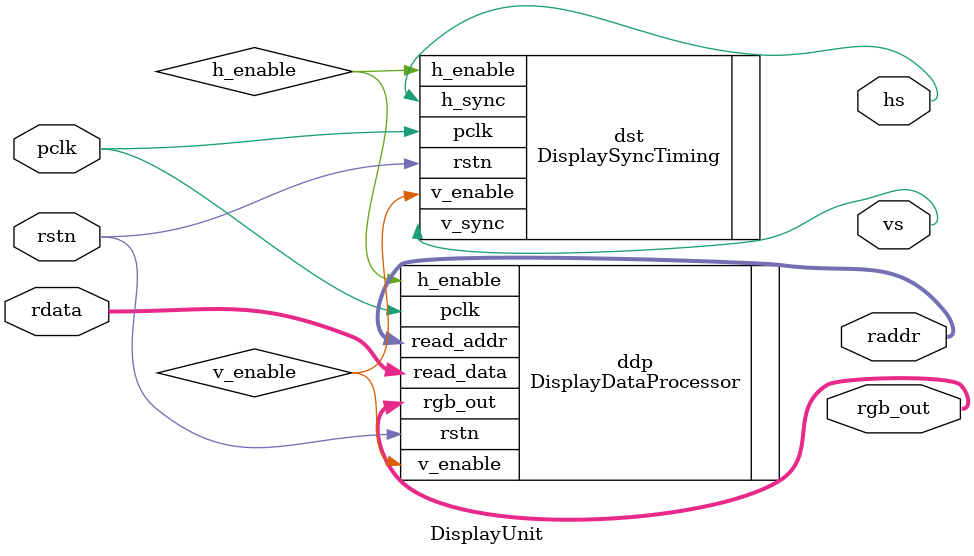
<source format=v>
module DisplayUnit #(
    parameter ADDR_WIDTH = 15,
    parameter H_LENGTH   = 200,
    parameter V_LENGTH   = 150
) (
    input rstn,
    input pclk,
    input [11:0] rdata,

    output                  hs,
    output                  vs,
    output [ADDR_WIDTH-1:0] raddr,
    output [          11:0] rgb_out
);

  // 内部连线
  wire h_enable;
  wire v_enable;

  // 实例化DisplaySyncTiming同步时序模块
  DisplaySyncTiming dst (
      .rstn(rstn),
      .pclk(pclk),
      .h_enable(h_enable),
      .v_enable(v_enable),
      .h_sync(hs),
      .v_sync(vs)
  );

  // 实例化DisplayDataProcessor数据处理模块
  DisplayDataProcessor #(
      .ADDR_WIDTH(ADDR_WIDTH),
      .H_LENGTH  (H_LENGTH),
      .V_LENGTH  (V_LENGTH)
  ) ddp (
      .h_enable(h_enable),
      .v_enable(v_enable),
      .rstn(rstn),
      .pclk(pclk),
      .read_data(rdata),
      .rgb_out(rgb_out),
      .read_addr(raddr)
  );

endmodule

</source>
